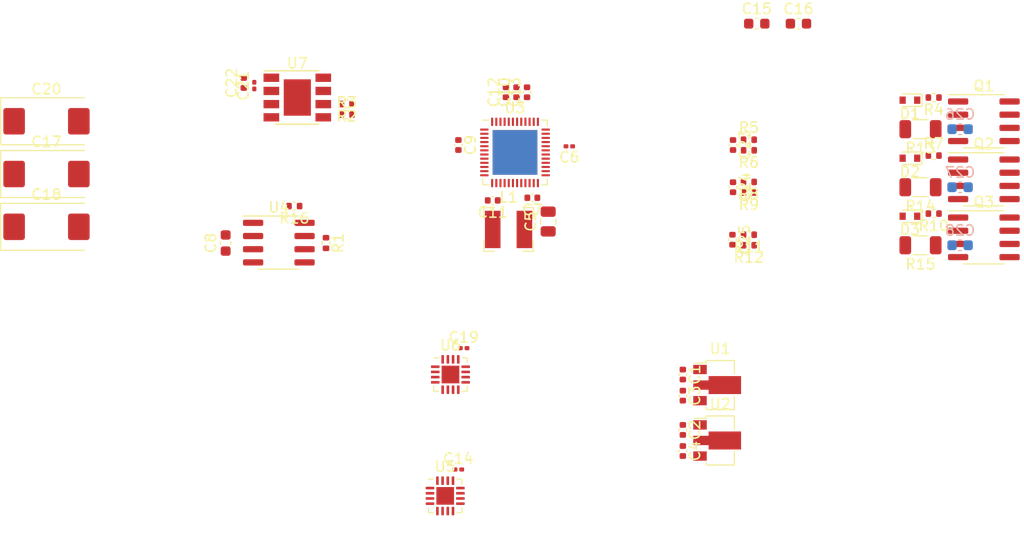
<source format=kicad_pcb>
(kicad_pcb (version 20211014) (generator pcbnew)
  (layers (0 "F.Cu" signal) (1 "In1.Cu" signal) (2 "In2.Cu" signal) (31 "B.Cu" signal) (34 "B.Paste" user) (35 "F.Paste" user) (36 "B.SilkS" user "B.Silkscreen") (37 "F.SilkS" user "F.Silkscreen") (38 "B.Mask" user) (39 "F.Mask" user) (44 "Edge.Cuts" user))
  (net 0 "")
  (net 1 "+12V")
  (net 2 "+5V")
  (net 3 "VDD")
  (net 4 "Net-(C6-Pad2)")
  (net 5 "Net-(C7-Pad2)")
  (net 6 "Net-(C9-Pad1)")
  (net 7 "Net-(C10-Pad1)")
  (net 8 "Net-(C7-Pad1)")
  (net 9 "Net-(C11-Pad1)")
  (net 10 "Net-(L1-Pad2)")
  (net 11 "Net-(L1-Pad1)")
  (net 12 "Net-(C12-Pad1)")
  (net 13 "Net-(C13-Pad1)")
  (net 14 "Net-(C26-Pad2)")
  (net 15 "Net-(C27-Pad2)")
  (net 16 "Net-(C28-Pad2)")
  (net 17 "/CAN_H")
  (net 18 "/CAN_L")
  (net 19 "Net-(R2-Pad2)")
  (net 32 "GND")
  (net 33 "VDC")
  (net 34 "/AIO0")
  (net 35 "/AIO1")
  (net 36 "/AIO2")
  (net 37 "/AIO3")
  (net 38 "/AIO4")
  (net 39 "/AIO5")
  (net 43 "/US")
  (net 44 "/VS")
  (net 45 "/WS")
  (net 46 "/UOUT")
  (net 47 "/UL")
  (net 48 "/UH")
  (net 49 "/VOUT")
  (net 50 "/VL")
  (net 51 "/VH")
  (net 52 "/WOUT")
  (net 53 "/WL")
  (net 54 "/WH")
  (net 60 "/CAN_TX")
  (net 61 "/CAN_RX")
  (net 66 "/ENC_MOSI")
  (net 67 "/ENC_CS0")
  (net 69 "/ENC_MISO")
  (net 72 "/ENC_SCLK")
  (net 77 "/ENC1_A")
  (net 78 "/ENC1_IDX")
  (net 79 "/ENC_CS1")
  (net 80 "/ENC1_B")
  (net 86 "/M_DC1")
  (net 87 "/FWD")
  (net 88 "/REV")
  (net 89 "/M_DC2")
  (net 90 "Net-(U4-Pad8)")
  (footprint "Capacitor_SMD:C_0805_2012Metric" (layer "F.Cu") (at 142.24 98.552 90)
    (fp_text reference "C5" (at 0 -1.68 90) (layer "F.SilkS"))
    (fp_text value "22uF")
    (fp_line (start -0.261252 0.735) (end 0.261252 0.735) (layer "F.SilkS") (width 0.12))
    (fp_line (start -0.261252 -0.735) (end 0.261252 -0.735) (layer "F.SilkS") (width 0.12))
    (pad "1" smd roundrect (at -0.95 0 90) (size 1 1.45) (layers "F.Cu" "F.Paste" "F.Mask") (net 32 "GND"))
    (pad "2" smd roundrect (at 0.95 0 90) (size 1 1.45) (layers "F.Cu" "F.Paste" "F.Mask") (net 1 "+12V"))
  )
  (footprint "Capacitor_SMD:C_0402_1005Metric" (layer "F.Cu") (at 140.716 96.266 180)
    (fp_text reference "C7" (at 0 -1.16) (layer "F.SilkS"))
    (fp_text value "100nF")
    (fp_line (start -0.107836 0.36) (end 0.107836 0.36) (layer "F.SilkS") (width 0.12))
    (fp_line (start -0.107836 -0.36) (end 0.107836 -0.36) (layer "F.SilkS") (width 0.12))
    (pad "1" smd roundrect (at -0.48 0 180) (size 0.56 0.62) (layers "F.Cu" "F.Paste" "F.Mask") (net 8 "Net-(C7-Pad1)"))
    (pad "2" smd roundrect (at 0.48 0 180) (size 0.56 0.62) (layers "F.Cu" "F.Paste" "F.Mask") (net 5 "Net-(C7-Pad2)"))
  )
  (footprint "Capacitor_SMD:C_0201_0603Metric" (layer "F.Cu") (at 144.272 91.313 180)
    (fp_text reference "C6" (at 0 -1.05) (layer "F.SilkS"))
    (fp_text value "1uF")
    (pad "1" smd roundrect (at -0.32 0 180) (size 0.46 0.4) (layers "F.Cu" "F.Mask") (net 33 "VDC"))
    (pad "2" smd roundrect (at 0.32 0 180) (size 0.46 0.4) (layers "F.Cu" "F.Mask") (net 4 "Net-(C6-Pad2)"))
  )
  (footprint "Capacitor_SMD:C_0402_1005Metric" (layer "F.Cu") (at 133.604 91.186 -90)
    (fp_text reference "C9" (at 0 -1.16 90) (layer "F.SilkS"))
    (fp_text value "2.2uF")
    (fp_line (start -0.107836 -0.36) (end 0.107836 -0.36) (layer "F.SilkS") (width 0.12))
    (fp_line (start -0.107836 0.36) (end 0.107836 0.36) (layer "F.SilkS") (width 0.12))
    (pad "1" smd roundrect (at -0.48 0 270) (size 0.56 0.62) (layers "F.Cu" "F.Paste" "F.Mask") (net 6 "Net-(C9-Pad1)"))
    (pad "2" smd roundrect (at 0.48 0 270) (size 0.56 0.62) (layers "F.Cu" "F.Paste" "F.Mask") (net 32 "GND"))
  )
  (footprint "Capacitor_SMD:C_0402_1005Metric" (layer "F.Cu") (at 139.192 86.106 90)
    (fp_text reference "C10" (at 0 -1.16 90) (layer "F.SilkS"))
    (fp_text value "2.2uF")
    (fp_line (start -0.107836 0.36) (end 0.107836 0.36) (layer "F.SilkS") (width 0.12))
    (fp_line (start -0.107836 -0.36) (end 0.107836 -0.36) (layer "F.SilkS") (width 0.12))
    (pad "1" smd roundrect (at -0.48 0 90) (size 0.56 0.62) (layers "F.Cu" "F.Paste" "F.Mask") (net 7 "Net-(C10-Pad1)"))
    (pad "2" smd roundrect (at 0.48 0 90) (size 0.56 0.62) (layers "F.Cu" "F.Paste" "F.Mask") (net 32 "GND"))
  )
  (footprint "Capacitor_SMD:C_0402_1005Metric" (layer "F.Cu") (at 136.906 96.52 180)
    (fp_text reference "C11" (at 0 -1.16) (layer "F.SilkS"))
    (fp_text value "4.7uF")
    (fp_line (start -0.107836 0.36) (end 0.107836 0.36) (layer "F.SilkS") (width 0.12))
    (fp_line (start -0.107836 -0.36) (end 0.107836 -0.36) (layer "F.SilkS") (width 0.12))
    (pad "1" smd roundrect (at -0.48 0 180) (size 0.56 0.62) (layers "F.Cu" "F.Paste" "F.Mask") (net 9 "Net-(C11-Pad1)"))
    (pad "2" smd roundrect (at 0.48 0 180) (size 0.56 0.62) (layers "F.Cu" "F.Paste" "F.Mask") (net 32 "GND"))
  )
  (footprint "Capacitor_SMD:C_0402_1005Metric" (layer "F.Cu") (at 138.176 86.106 90)
    (fp_text reference "C12" (at 0 -1.16 90) (layer "F.SilkS"))
    (fp_text value "4.7uF")
    (fp_line (start -0.107836 -0.36) (end 0.107836 -0.36) (layer "F.SilkS") (width 0.12))
    (fp_line (start -0.107836 0.36) (end 0.107836 0.36) (layer "F.SilkS") (width 0.12))
    (pad "1" smd roundrect (at -0.48 0 90) (size 0.56 0.62) (layers "F.Cu" "F.Paste" "F.Mask") (net 12 "Net-(C12-Pad1)"))
    (pad "2" smd roundrect (at 0.48 0 90) (size 0.56 0.62) (layers "F.Cu" "F.Paste" "F.Mask") (net 32 "GND"))
  )
  (footprint "Capacitor_SMD:C_0402_1005Metric" (layer "F.Cu") (at 140.208 86.106 90)
    (fp_text reference "C13" (at 0 -1.16 90) (layer "F.SilkS"))
    (fp_text value "2.2uF")
    (fp_line (start -0.107836 -0.36) (end 0.107836 -0.36) (layer "F.SilkS") (width 0.12))
    (fp_line (start -0.107836 0.36) (end 0.107836 0.36) (layer "F.SilkS") (width 0.12))
    (pad "1" smd roundrect (at -0.48 0 90) (size 0.56 0.62) (layers "F.Cu" "F.Paste" "F.Mask") (net 13 "Net-(C13-Pad1)"))
    (pad "2" smd roundrect (at 0.48 0 90) (size 0.56 0.62) (layers "F.Cu" "F.Paste" "F.Mask") (net 32 "GND"))
  )
  (footprint "Inductor_SMD:L_Bourns-SRN4018" (layer "F.Cu") (at 138.43 99.314 180)
    (fp_text reference "L1" (at 0 3.1) (layer "F.SilkS"))
    (fp_text value "15uH")
    (fp_line (start -2.385 2.11) (end -1.36 2.11) (layer "F.SilkS") (width 0.12))
    (fp_line (start 2.385 -2.11) (end 1.36 -2.11) (layer "F.SilkS") (width 0.12))
    (fp_line (start 2.385 -2.11) (end 2.385 -1.085) (layer "F.SilkS") (width 0.12))
    (fp_line (start 2.385 2.11) (end 1.36 2.11) (layer "F.SilkS") (width 0.12))
    (fp_line (start -2.385 2.11) (end -2.385 1.085) (layer "F.SilkS") (width 0.12))
    (fp_line (start -2.385 -2.11) (end -2.385 -1.085) (layer "F.SilkS") (width 0.12))
    (fp_line (start -2.385 -2.11) (end -1.36 -2.11) (layer "F.SilkS") (width 0.12))
    (fp_line (start 2.385 2.11) (end 2.385 1.085) (layer "F.SilkS") (width 0.12))
    (pad "1" smd rect (at -1.525 0 180) (size 1.5 3.6) (layers "F.Cu" "F.Paste" "F.Mask") (net 11 "Net-(L1-Pad1)"))
    (pad "2" smd rect (at 1.525 0 180) (size 1.5 3.6) (layers "F.Cu" "F.Paste" "F.Mask") (net 10 "Net-(L1-Pad2)"))
  )
  (footprint "PAC5527Driver:QFN-48-1EP_6x6mm_P0.4mm_EP4.3x4.3mm_ThermalVias" (layer "F.Cu") (at 139.051 91.901)
    (fp_text reference "U3" (at 0 -4.3) (layer "F.SilkS"))
    (fp_text value "PAC5527")
    (fp_line (start 3.11 -3.11) (end 3.11 -2.56) (layer "F.SilkS") (width 0.12))
    (fp_line (start -2.56 3.11) (end -3.11 3.11) (layer "F.SilkS") (width 0.12))
    (fp_line (start 3.11 3.11) (end 3.11 2.56) (layer "F.SilkS") (width 0.12))
    (fp_line (start -3.11 3.11) (end -3.11 2.56) (layer "F.SilkS") (width 0.12))
    (fp_line (start 2.56 -3.11) (end 3.11 -3.11) (layer "F.SilkS") (width 0.12))
    (fp_line (start 2.56 3.11) (end 3.11 3.11) (layer "F.SilkS") (width 0.12))
    (fp_line (start -2.56 -3.11) (end -3.11 -3.11) (layer "F.SilkS") (width 0.12))
    (pad "1" smd roundrect locked (at -2.95 -2.2) (size 0.8 0.2) (layers "F.Cu" "F.Paste" "F.Mask"))
    (pad "2" smd roundrect locked (at -2.95 -1.8) (size 0.8 0.2) (layers "F.Cu" "F.Paste" "F.Mask"))
    (pad "3" smd roundrect locked (at -2.95 -1.4) (size 0.8 0.2) (layers "F.Cu" "F.Paste" "F.Mask"))
    (pad "4" smd roundrect locked (at -2.95 -1) (size 0.8 0.2) (layers "F.Cu" "F.Paste" "F.Mask") (net 6 "Net-(C9-Pad1)"))
    (pad "5" smd roundrect locked (at -2.95 -0.6) (size 0.8 0.2) (layers "F.Cu" "F.Paste" "F.Mask") (net 32 "GND"))
    (pad "6" smd roundrect locked (at -2.95 -0.2) (size 0.8 0.2) (layers "F.Cu" "F.Paste" "F.Mask") (net 34 "/AIO0"))
    (pad "7" smd roundrect locked (at -2.95 0.2) (size 0.8 0.2) (layers "F.Cu" "F.Paste" "F.Mask") (net 35 "/AIO1"))
    (pad "8" smd roundrect locked (at -2.95 0.6) (size 0.8 0.2) (layers "F.Cu" "F.Paste" "F.Mask") (net 36 "/AIO2"))
    (pad "9" smd roundrect locked (at -2.95 1) (size 0.8 0.2) (layers "F.Cu" "F.Paste" "F.Mask") (net 37 "/AIO3"))
    (pad "10" smd roundrect locked (at -2.95 1.4) (size 0.8 0.2) (layers "F.Cu" "F.Paste" "F.Mask") (net 38 "/AIO4"))
    (pad "11" smd roundrect locked (at -2.95 1.8) (size 0.8 0.2) (layers "F.Cu" "F.Paste" "F.Mask") (net 39 "/AIO5"))
    (pad "12" smd roundrect locked (at -2.95 2.2) (size 0.8 0.2) (layers "F.Cu" "F.Paste" "F.Mask"))
    (pad "13" smd roundrect locked (at -2.2 2.95) (size 0.2 0.8) (layers "F.Cu" "F.Paste" "F.Mask"))
    (pad "14" smd roundrect locked (at -1.8 2.95) (size 0.2 0.8) (layers "F.Cu" "F.Paste" "F.Mask"))
    (pad "15" smd roundrect locked (at -1.4 2.95) (size 0.2 0.8) (layers "F.Cu" "F.Paste" "F.Mask"))
    (pad "16" smd roundrect locked (at -1 2.95) (size 0.2 0.8) (layers "F.Cu" "F.Paste" "F.Mask") (net 9 "Net-(C11-Pad1)"))
    (pad "17" smd roundrect locked (at -0.6 2.95) (size 0.2 0.8) (layers "F.Cu" "F.Paste" "F.Mask") (net 33 "VDC"))
    (pad "18" smd roundrect locked (at -0.2 2.95) (size 0.2 0.8) (layers "F.Cu" "F.Paste" "F.Mask") (net 10 "Net-(L1-Pad2)"))
    (pad "19" smd roundrect locked (at 0.2 2.95) (size 0.2 0.8) (layers "F.Cu" "F.Paste" "F.Mask") (net 11 "Net-(L1-Pad1)"))
    (pad "20" smd roundrect locked (at 0.6 2.95) (size 0.2 0.8) (layers "F.Cu" "F.Paste" "F.Mask") (net 1 "+12V"))
    (pad "21" smd roundrect locked (at 1 2.95) (size 0.2 0.8) (layers "F.Cu" "F.Paste" "F.Mask") (net 5 "Net-(C7-Pad2)"))
    (pad "22" smd roundrect locked (at 1.4 2.95) (size 0.2 0.8) (layers "F.Cu" "F.Paste" "F.Mask") (net 8 "Net-(C7-Pad1)"))
    (pad "23" smd roundrect locked (at 1.8 2.95) (size 0.2 0.8) (layers "F.Cu" "F.Paste" "F.Mask") (net 53 "/WL"))
    (pad "24" smd roundrect locked (at 2.2 2.95) (size 0.2 0.8) (layers "F.Cu" "F.Paste" "F.Mask") (net 50 "/VL"))
    (pad "25" smd roundrect locked (at 2.95 2.2) (size 0.8 0.2) (layers "F.Cu" "F.Paste" "F.Mask") (net 47 "/UL"))
    (pad "26" smd roundrect locked (at 2.95 1.8) (size 0.8 0.2) (layers "F.Cu" "F.Paste" "F.Mask") (net 45 "/WS"))
    (pad "27" smd roundrect locked (at 2.95 1.4) (size 0.8 0.2) (layers "F.Cu" "F.Paste" "F.Mask") (net 54 "/WH"))
    (pad "28" smd roundrect locked (at 2.95 1) (size 0.8 0.2) (layers "F.Cu" "F.Paste" "F.Mask") (net 44 "/VS"))
    (pad "29" smd roundrect locked (at 2.95 0.6) (size 0.8 0.2) (layers "F.Cu" "F.Paste" "F.Mask") (net 51 "/VH"))
    (pad "30" smd roundrect locked (at 2.95 0.2) (size 0.8 0.2) (layers "F.Cu" "F.Paste" "F.Mask") (net 43 "/US"))
    (pad "31" smd roundrect locked (at 2.95 -0.2) (size 0.8 0.2) (layers "F.Cu" "F.Paste" "F.Mask") (net 48 "/UH"))
    (pad "32" smd roundrect locked (at 2.95 -0.6) (size 0.8 0.2) (layers "F.Cu" "F.Paste" "F.Mask") (net 4 "Net-(C6-Pad2)"))
    (pad "33" smd roundrect locked (at 2.95 -1) (size 0.8 0.2) (layers "F.Cu" "F.Paste" "F.Mask"))
    (pad "34" smd roundrect locked (at 2.95 -1.4) (size 0.8 0.2) (layers "F.Cu" "F.Paste" "F.Mask"))
    (pad "35" smd roundrect locked (at 2.95 -1.8) (size 0.8 0.2) (layers "F.Cu" "F.Paste" "F.Mask"))
    (pad "36" smd roundrect locked (at 2.95 -2.2) (size 0.8 0.2) (layers "F.Cu" "F.Paste" "F.Mask"))
    (pad "37" smd roundrect locked (at 2.2 -2.95) (size 0.2 0.8) (layers "F.Cu" "F.Paste" "F.Mask"))
    (pad "38" smd roundrect locked (at 1.8 -2.95) (size 0.2 0.8) (layers "F.Cu" "F.Paste" "F.Mask"))
    (pad "39" smd roundrect locked (at 1.4 -2.95) (size 0.2 0.8) (layers "F.Cu" "F.Paste" "F.Mask"))
    (pad "40" smd roundrect locked (at 1 -2.95) (size 0.2 0.8) (layers "F.Cu" "F.Paste" "F.Mask"))
    (pad "41" smd roundrect locked (at 0.6 -2.95) (size 0.2 0.8) (layers "F.Cu" "F.Paste" "F.Mask") (net 13 "Net-(C13-Pad1)"))
    (pad "42" smd roundrect locked (at 0.2 -2.95) (size 0.2 0.8) (layers "F.Cu" "F.Paste" "F.Mask") (net 7 "Net-(C10-Pad1)"))
    (pad "43" smd roundrect locked (at -0.2 -2.95) (size 0.2 0.8) (layers "F.Cu" "F.Paste" "F.Mask") (net 12 "Net-(C12-Pad1)"))
    (pad "44" smd roundrect locked (at -0.6 -2.95) (size 0.2 0.8) (layers "F.Cu" "F.Paste" "F.Mask"))
    (pad "45" smd roundrect locked (at -1 -2.95) (size 0.2 0.8) (layers "F.Cu" "F.Paste" "F.Mask"))
    (pad "46" smd roundrect locked (at -1.4 -2.95) (size 0.2 0.8) (layers "F.Cu" "F.Paste" "F.Mask"))
    (pad "47" smd roundrect locked (at -1.8 -2.95) (size 0.2 0.8) (layers "F.Cu" "F.Paste" "F.Mask"))
    (pad "48" smd roundrect locked (at -2.2 -2.95) (size 0.2 0.8) (layers "F.Cu" "F.Paste" "F.Mask"))
    (pad "49" smd rect locked (at 0 0) (size 4.3 4.3) (layers "B.Cu"))
    (pad "EP" smd rect locked (at 0 0) (size 4.3 4.3) (layers "F.Cu" "F.Mask") (net 32 "GND"))
  )
  (footprint "Capacitor_SMD:C_0603_1608Metric" (layer "F.Cu") (at 162.306 79.502)
    (fp_text reference "C15" (at 0 -1.43) (layer "F.SilkS"))
    (fp_text value "100nF")
    (fp_line (start -0.14058 0.51) (end 0.14058 0.51) (layer "F.SilkS") (width 0.12))
    (fp_line (start -0.14058 -0.51) (end 0.14058 -0.51) (layer "F.SilkS") (width 0.12))
    (pad "1" smd roundrect (at -0.775 0) (size 0.9 0.95) (layers "F.Cu" "F.Paste" "F.Mask") (net 33 "VDC"))
    (pad "2" smd roundrect (at 0.775 0) (size 0.9 0.95) (layers "F.Cu" "F.Paste" "F.Mask") (net 32 "GND"))
  )
  (footprint "Capacitor_SMD:C_0603_1608Metric" (layer "F.Cu") (at 166.316 79.502)
    (fp_text reference "C16" (at 0 -1.43) (layer "F.SilkS"))
    (fp_text value "1uF")
    (fp_line (start -0.14058 -0.51) (end 0.14058 -0.51) (layer "F.SilkS") (width 0.12))
    (fp_line (start -0.14058 0.51) (end 0.14058 0.51) (layer "F.SilkS") (width 0.12))
    (pad "1" smd roundrect (at -0.775 0) (size 0.9 0.95) (layers "F.Cu" "F.Paste" "F.Mask") (net 33 "VDC"))
    (pad "2" smd roundrect (at 0.775 0) (size 0.9 0.95) (layers "F.Cu" "F.Paste" "F.Mask") (net 32 "GND"))
  )
  (footprint "Capacitor_Tantalum_SMD:CP_EIA-7343-20_Kemet-V" (layer "F.Cu") (at 93.98 93.98)
    (fp_text reference "C17" (at 0 -3.1) (layer "F.SilkS"))
    (fp_text value "47uF")
    (fp_line (start -4.41 -2.26) (end -4.41 2.26) (layer "F.SilkS") (width 0.12))
    (fp_line (start 3.65 -2.26) (end -4.41 -2.26) (layer "F.SilkS") (width 0.12))
    (fp_line (start -4.41 2.26) (end 3.65 2.26) (layer "F.SilkS") (width 0.12))
    (pad "1" smd roundrect (at -3.1125 0) (size 2.075 2.55) (layers "F.Cu" "F.Paste" "F.Mask") (roundrect_rratio 0.120482) (net 33 "VDC"))
    (pad "2" smd roundrect (at 3.1125 0) (size 2.075 2.55) (layers "F.Cu" "F.Paste" "F.Mask") (roundrect_rratio 0.120482) (net 32 "GND"))
  )
  (footprint "Capacitor_Tantalum_SMD:CP_EIA-7343-20_Kemet-V" (layer "F.Cu") (at 93.98 99.06)
    (fp_text reference "C18" (at 0 -3.1) (layer "F.SilkS"))
    (fp_text value "47uF")
    (fp_line (start 3.65 -2.26) (end -4.41 -2.26) (layer "F.SilkS") (width 0.12))
    (fp_line (start -4.41 -2.26) (end -4.41 2.26) (layer "F.SilkS") (width 0.12))
    (fp_line (start -4.41 2.26) (end 3.65 2.26) (layer "F.SilkS") (width 0.12))
    (pad "1" smd roundrect (at -3.1125 0) (size 2.075 2.55) (layers "F.Cu" "F.Paste" "F.Mask") (roundrect_rratio 0.120482) (net 33 "VDC"))
    (pad "2" smd roundrect (at 3.1125 0) (size 2.075 2.55) (layers "F.Cu" "F.Paste" "F.Mask") (roundrect_rratio 0.120482) (net 32 "GND"))
  )
  (footprint "Capacitor_SMD:C_0402_1005Metric" (layer "F.Cu") (at 160.022 91.186 -90)
    (fp_text reference "C23" (at 0 -1.16 90) (layer "F.SilkS"))
    (fp_text value "3.3nF")
    (fp_line (start -0.107836 0.36) (end 0.107836 0.36) (layer "F.SilkS") (width 0.12))
    (fp_line (start -0.107836 -0.36) (end 0.107836 -0.36) (layer "F.SilkS") (width 0.12))
    (pad "1" smd roundrect (at -0.48 0 270) (size 0.56 0.62) (layers "F.Cu" "F.Paste" "F.Mask") (net 35 "/AIO1"))
    (pad "2" smd roundrect (at 0.48 0 270) (size 0.56 0.62) (layers "F.Cu" "F.Paste" "F.Mask") (net 34 "/AIO0"))
  )
  (footprint "Capacitor_SMD:C_0402_1005Metric" (layer "F.Cu") (at 160.022 95.25 -90)
    (fp_text reference "C24" (at 0 -1.16 90) (layer "F.SilkS"))
    (fp_text value "3.3nF")
    (fp_line (start -0.107836 -0.36) (end 0.107836 -0.36) (layer "F.SilkS") (width 0.12))
    (fp_line (start -0.107836 0.36) (end 0.107836 0.36) (layer "F.SilkS") (width 0.12))
    (pad "1" smd roundrect (at -0.48 0 270) (size 0.56 0.62) (layers "F.Cu" "F.Paste" "F.Mask") (net 37 "/AIO3"))
    (pad "2" smd roundrect (at 0.48 0 270) (size 0.56 0.62) (layers "F.Cu" "F.Paste" "F.Mask") (net 36 "/AIO2"))
  )
  (footprint "Capacitor_SMD:C_0402_1005Metric" (layer "F.Cu") (at 159.966 100.302 -90)
    (fp_text reference "C25" (at 0 -1.16 90) (layer "F.SilkS"))
    (fp_text value "3.3nF")
    (fp_line (start -0.107836 -0.36) (end 0.107836 -0.36) (layer "F.SilkS") (width 0.12))
    (fp_line (start -0.107836 0.36) (end 0.107836 0.36) (layer "F.SilkS") (width 0.12))
    (pad "1" smd roundrect (at -0.48 0 270) (size 0.56 0.62) (layers "F.Cu" "F.Paste" "F.Mask") (net 39 "/AIO5"))
    (pad "2" smd roundrect (at 0.48 0 270) (size 0.56 0.62) (layers "F.Cu" "F.Paste" "F.Mask") (net 38 "/AIO4"))
  )
  (footprint "Diode_SMD:D_SOD-523" (layer "F.Cu") (at 177.038 86.868 180)
    (fp_text reference "D1" (at 0 -1.3) (layer "F.SilkS"))
    (fp_text value "D_Schottky")
    (fp_line (start -1.15 -0.6) (end -1.15 0.6) (layer "F.SilkS") (width 0.12))
    (fp_line (start 0.7 0.6) (end -1.15 0.6) (layer "F.SilkS") (width 0.12))
    (fp_line (start 0.7 -0.6) (end -1.15 -0.6) (layer "F.SilkS") (width 0.12))
    (pad "1" smd rect (at -0.7 0) (size 0.6 0.7) (layers "F.Cu" "F.Paste" "F.Mask") (net 43 "/US"))
    (pad "2" smd rect (at 0.7 0) (size 0.6 0.7) (layers "F.Cu" "F.Paste" "F.Mask") (net 32 "GND"))
  )
  (footprint "Diode_SMD:D_SOD-523" (layer "F.Cu") (at 177.038 92.456 180)
    (fp_text reference "D2" (at 0 -1.3) (layer "F.SilkS"))
    (fp_text value "D_Schottky")
    (fp_line (start 0.7 0.6) (end -1.15 0.6) (layer "F.SilkS") (width 0.12))
    (fp_line (start -1.15 -0.6) (end -1.15 0.6) (layer "F.SilkS") (width 0.12))
    (fp_line (start 0.7 -0.6) (end -1.15 -0.6) (layer "F.SilkS") (width 0.12))
    (pad "1" smd rect (at -0.7 0) (size 0.6 0.7) (layers "F.Cu" "F.Paste" "F.Mask") (net 44 "/VS"))
    (pad "2" smd rect (at 0.7 0) (size 0.6 0.7) (layers "F.Cu" "F.Paste" "F.Mask") (net 32 "GND"))
  )
  (footprint "Diode_SMD:D_SOD-523" (layer "F.Cu") (at 177.038 98.044 180)
    (fp_text reference "D3" (at 0 -1.3) (layer "F.SilkS"))
    (fp_text value "D_Schottky")
    (fp_line (start -1.15 -0.6) (end -1.15 0.6) (layer "F.SilkS") (width 0.12))
    (fp_line (start 0.7 -0.6) (end -1.15 -0.6) (layer "F.SilkS") (width 0.12))
    (fp_line (start 0.7 0.6) (end -1.15 0.6) (layer "F.SilkS") (width 0.12))
    (pad "1" smd rect (at -0.7 0) (size 0.6 0.7) (layers "F.Cu" "F.Paste" "F.Mask") (net 45 "/WS"))
    (pad "2" smd rect (at 0.7 0) (size 0.6 0.7) (layers "F.Cu" "F.Paste" "F.Mask") (net 32 "GND"))
  )
  (footprint "Resistor_SMD:R_0402_1005Metric" (layer "F.Cu") (at 179.322 86.614 180)
    (fp_text reference "R4" (at 0 -1.17) (layer "F.SilkS"))
    (fp_text value "1")
    (fp_line (start -0.153641 0.38) (end 0.153641 0.38) (layer "F.SilkS") (width 0.12))
    (fp_line (start -0.153641 -0.38) (end 0.153641 -0.38) (layer "F.SilkS") (width 0.12))
    (pad "1" smd roundrect (at -0.51 0 180) (size 0.54 0.64) (layers "F.Cu" "F.Paste" "F.Mask") (net 46 "/UOUT"))
    (pad "2" smd roundrect (at 0.51 0 180) (size 0.54 0.64) (layers "F.Cu" "F.Paste" "F.Mask") (net 43 "/US"))
  )
  (footprint "Resistor_SMD:R_0402_1005Metric" (layer "F.Cu") (at 161.546 90.678)
    (fp_text reference "R5" (at 0 -1.17) (layer "F.SilkS"))
    (fp_text value "100")
    (fp_line (start -0.153641 0.38) (end 0.153641 0.38) (layer "F.SilkS") (width 0.12))
    (fp_line (start -0.153641 -0.38) (end 0.153641 -0.38) (layer "F.SilkS") (width 0.12))
    (pad "1" smd roundrect (at -0.51 0) (size 0.54 0.64) (layers "F.Cu" "F.Paste" "F.Mask") (net 14 "Net-(C26-Pad2)"))
    (pad "2" smd roundrect (at 0.51 0) (size 0.54 0.64) (layers "F.Cu" "F.Paste" "F.Mask") (net 35 "/AIO1"))
  )
  (footprint "Resistor_SMD:R_0402_1005Metric" (layer "F.Cu") (at 161.548 91.694 180)
    (fp_text reference "R6" (at 0 -1.17) (layer "F.SilkS"))
    (fp_text value "100")
    (fp_line (start -0.153641 -0.38) (end 0.153641 -0.38) (layer "F.SilkS") (width 0.12))
    (fp_line (start -0.153641 0.38) (end 0.153641 0.38) (layer "F.SilkS") (width 0.12))
    (pad "1" smd roundrect (at -0.51 0 180) (size 0.54 0.64) (layers "F.Cu" "F.Paste" "F.Mask") (net 32 "GND"))
    (pad "2" smd roundrect (at 0.51 0 180) (size 0.54 0.64) (layers "F.Cu" "F.Paste" "F.Mask") (net 34 "/AIO0"))
  )
  (footprint "Resistor_SMD:R_0402_1005Metric" (layer "F.Cu") (at 179.322 92.202)
    (fp_text reference "R7" (at 0 -1.17) (layer "F.SilkS"))
    (fp_text value "1")
    (fp_line (start -0.153641 -0.38) (end 0.153641 -0.38) (layer "F.SilkS") (width 0.12))
    (fp_line (start -0.153641 0.38) (end 0.153641 0.38) (layer "F.SilkS") (width 0.12))
    (pad "1" smd roundrect (at -0.51 0) (size 0.54 0.64) (layers "F.Cu" "F.Paste" "F.Mask") (net 49 "/VOUT"))
    (pad "2" smd roundrect (at 0.51 0) (size 0.54 0.64) (layers "F.Cu" "F.Paste" "F.Mask") (net 44 "/VS"))
  )
  (footprint "Resistor_SMD:R_0402_1005Metric" (layer "F.Cu") (at 161.544 94.742 180)
    (fp_text reference "R8" (at 0 -1.17) (layer "F.SilkS"))
    (fp_text value "100")
    (fp_line (start -0.153641 -0.38) (end 0.153641 -0.38) (layer "F.SilkS") (width 0.12))
    (fp_line (start -0.153641 0.38) (end 0.153641 0.38) (layer "F.SilkS") (width 0.12))
    (pad "1" smd roundrect (at -0.51 0 180) (size 0.54 0.64) (layers "F.Cu" "F.Paste" "F.Mask") (net 15 "Net-(C27-Pad2)"))
    (pad "2" smd roundrect (at 0.51 0 180) (size 0.54 0.64) (layers "F.Cu" "F.Paste" "F.Mask") (net 37 "/AIO3"))
  )
  (footprint "Resistor_SMD:R_0402_1005Metric" (layer "F.Cu") (at 161.544 95.758 180)
    (fp_text reference "R9" (at 0 -1.17) (layer "F.SilkS"))
    (fp_text value "100")
    (fp_line (start -0.153641 -0.38) (end 0.153641 -0.38) (layer "F.SilkS") (width 0.12))
    (fp_line (start -0.153641 0.38) (end 0.153641 0.38) (layer "F.SilkS") (width 0.12))
    (pad "1" smd roundrect (at -0.51 0 180) (size 0.54 0.64) (layers "F.Cu" "F.Paste" "F.Mask") (net 32 "GND"))
    (pad "2" smd roundrect (at 0.51 0 180) (size 0.54 0.64) (layers "F.Cu" "F.Paste" "F.Mask") (net 36 "/AIO2"))
  )
  (footprint "Resistor_SMD:R_0402_1005Metric" (layer "F.Cu") (at 179.324 97.79 180)
    (fp_text reference "R10" (at 0 -1.17) (layer "F.SilkS"))
    (fp_text value "1")
    (fp_line (start -0.153641 0.38) (end 0.153641 0.38) (layer "F.SilkS") (width 0.12))
    (fp_line (start -0.153641 -0.38) (end 0.153641 -0.38) (layer "F.SilkS") (width 0.12))
    (pad "1" smd roundrect (at -0.51 0 180) (size 0.54 0.64) (layers "F.Cu" "F.Paste" "F.Mask") (net 52 "/WOUT"))
    (pad "2" smd roundrect (at 0.51 0 180) (size 0.54 0.64) (layers "F.Cu" "F.Paste" "F.Mask") (net 45 "/WS"))
  )
  (footprint "Resistor_SMD:R_0402_1005Metric" (layer "F.Cu") (at 161.546 99.822 180)
    (fp_text reference "R11" (at 0 -1.17) (layer "F.SilkS"))
    (fp_text value "100")
    (fp_line (start -0.153641 -0.38) (end 0.153641 -0.38) (layer "F.SilkS") (width 0.12))
    (fp_line (start -0.153641 0.38) (end 0.153641 0.38) (layer "F.SilkS") (width 0.12))
    (pad "1" smd roundrect (at -0.51 0 180) (size 0.54 0.64) (layers "F.Cu" "F.Paste" "F.Mask") (net 16 "Net-(C28-Pad2)"))
    (pad "2" smd roundrect (at 0.51 0 180) (size 0.54 0.64) (layers "F.Cu" "F.Paste" "F.Mask") (net 39 "/AIO5"))
  )
  (footprint "Resistor_SMD:R_0402_1005Metric" (layer "F.Cu") (at 161.546 100.838 180)
    (fp_text reference "R12" (at 0 -1.17) (layer "F.SilkS"))
    (fp_text value "100")
    (fp_line (start -0.153641 0.38) (end 0.153641 0.38) (layer "F.SilkS") (width 0.12))
    (fp_line (start -0.153641 -0.38) (end 0.153641 -0.38) (layer "F.SilkS") (width 0.12))
    (pad "1" smd roundrect (at -0.51 0 180) (size 0.54 0.64) (layers "F.Cu" "F.Paste" "F.Mask") (net 32 "GND"))
    (pad "2" smd roundrect (at 0.51 0 180) (size 0.54 0.64) (layers "F.Cu" "F.Paste" "F.Mask") (net 38 "/AIO4"))
  )
  (footprint "Resistor_SMD:R_1206_3216Metric" (layer "F.Cu") (at 178.054 89.662 180)
    (fp_text reference "R13" (at 0 -1.82) (layer "F.SilkS"))
    (fp_text value "0.1")
    (fp_line (start -0.727064 0.91) (end 0.727064 0.91) (layer "F.SilkS") (width 0.12))
    (fp_line (start -0.727064 -0.91) (end 0.727064 -0.91) (layer "F.SilkS") (width 0.12))
    (pad "1" smd roundrect (at -1.4625 0 180) (size 1.125 1.75) (layers "F.Cu" "F.Paste" "F.Mask") (roundrect_rratio 0.222222) (net 14 "Net-(C26-Pad2)"))
    (pad "2" smd roundrect (at 1.4625 0 180) (size 1.125 1.75) (layers "F.Cu" "F.Paste" "F.Mask") (roundrect_rratio 0.222222) (net 32 "GND"))
  )
  (footprint "Resistor_SMD:R_1206_3216Metric" (layer "F.Cu") (at 178.054 95.25 180)
    (fp_text reference "R14" (at 0 -1.82) (layer "F.SilkS"))
    (fp_text value "0.1")
    (fp_line (start -0.727064 0.91) (end 0.727064 0.91) (layer "F.SilkS") (width 0.12))
    (fp_line (start -0.727064 -0.91) (end 0.727064 -0.91) (layer "F.SilkS") (width 0.12))
    (pad "1" smd roundrect (at -1.4625 0 180) (size 1.125 1.75) (layers "F.Cu" "F.Paste" "F.Mask") (roundrect_rratio 0.222222) (net 15 "Net-(C27-Pad2)"))
    (pad "2" smd roundrect (at 1.4625 0 180) (size 1.125 1.75) (layers "F.Cu" "F.Paste" "F.Mask") (roundrect_rratio 0.222222) (net 32 "GND"))
  )
  (footprint "Resistor_SMD:R_1206_3216Metric" (layer "F.Cu") (at 178.054 100.838 180)
    (fp_text reference "R15" (at 0 -1.82) (layer "F.SilkS"))
    (fp_text value "0.1")
    (fp_line (start -0.727064 -0.91) (end 0.727064 -0.91) (layer "F.SilkS") (width 0.12))
    (fp_line (start -0.727064 0.91) (end 0.727064 0.91) (layer "F.SilkS") (width 0.12))
    (pad "1" smd roundrect (at -1.4625 0 180) (size 1.125 1.75) (layers "F.Cu" "F.Paste" "F.Mask") (roundrect_rratio 0.222222) (net 16 "Net-(C28-Pad2)"))
    (pad "2" smd roundrect (at 1.4625 0 180) (size 1.125 1.75) (layers "F.Cu" "F.Paste" "F.Mask") (roundrect_rratio 0.222222) (net 32 "GND"))
  )
  (footprint "Package_SO:SOIC-8_3.9x4.9mm_P1.27mm" (layer "F.Cu") (at 184.15 88.9)
    (fp_text reference "Q1" (at 0 -3.4) (layer "F.SilkS"))
    (fp_text value "FDS6898A")
    (fp_line (start 0 2.56) (end -1.95 2.56) (layer "F.SilkS") (width 0.12))
    (fp_line (start 0 2.56) (end 1.95 2.56) (layer "F.SilkS") (width 0.12))
    (fp_line (start 0 -2.56) (end -3.45 -2.56) (layer "F.SilkS") (width 0.12))
    (fp_line (start 0 -2.56) (end 1.95 -2.56) (layer "F.SilkS") (width 0.12))
    (pad "1" smd roundrect (at -2.475 -1.905) (size 1.95 0.6) (layers "F.Cu" "F.Paste" "F.Mask") (net 46 "/UOUT"))
    (pad "2" smd roundrect (at -2.475 -0.635) (size 1.95 0.6) (layers "F.Cu" "F.Paste" "F.Mask") (net 48 "/UH"))
    (pad "3" smd roundrect (at -2.475 0.635) (size 1.95 0.6) (layers "F.Cu" "F.Paste" "F.Mask") (net 14 "Net-(C26-Pad2)"))
    (pad "4" smd roundrect (at -2.475 1.905) (size 1.95 0.6) (layers "F.Cu" "F.Paste" "F.Mask") (net 47 "/UL"))
    (pad "5" smd roundrect (at 2.475 1.905) (size 1.95 0.6) (layers "F.Cu" "F.Paste" "F.Mask") (net 46 "/UOUT"))
    (pad "6" smd roundrect (at 2.475 0.635) (size 1.95 0.6) (layers "F.Cu" "F.Paste" "F.Mask") (net 46 "/UOUT"))
    (pad "7" smd roundrect (at 2.475 -0.635) (size 1.95 0.6) (layers "F.Cu" "F.Paste" "F.Mask") (net 33 "VDC"))
    (pad "8" smd roundrect (at 2.475 -1.905) (size 1.95 0.6) (layers "F.Cu" "F.Paste" "F.Mask") (net 33 "VDC"))
  )
  (footprint "Package_SO:SOIC-8_3.9x4.9mm_P1.27mm" (layer "F.Cu") (at 184.15 94.488)
    (fp_text reference "Q2" (at 0 -3.4) (layer "F.SilkS"))
    (fp_text value "FDS6898A")
    (fp_line (start 0 2.56) (end -1.95 2.56) (layer "F.SilkS") (width 0.12))
    (fp_line (start 0 -2.56) (end 1.95 -2.56) (layer "F.SilkS") (width 0.12))
    (fp_line (start 0 2.56) (end 1.95 2.56) (layer "F.SilkS") (width 0.12))
    (fp_line (start 0 -2.56) (end -3.45 -2.56) (layer "F.SilkS") (width 0.12))
    (pad "1" smd roundrect (at -2.475 -1.905) (size 1.95 0.6) (layers "F.Cu" "F.Paste" "F.Mask") (net 49 "/VOUT"))
    (pad "2" smd roundrect (at -2.475 -0.635) (size 1.95 0.6) (layers "F.Cu" "F.Paste" "F.Mask") (net 51 "/VH"))
    (pad "3" smd roundrect (at -2.475 0.635) (size 1.95 0.6) (layers "F.Cu" "F.Paste" "F.Mask") (net 15 "Net-(C27-Pad2)"))
    (pad "4" smd roundrect (at -2.475 1.905) (size 1.95 0.6) (layers "F.Cu" "F.Paste" "F.Mask") (net 50 "/VL"))
    (pad "5" smd roundrect (at 2.475 1.905) (size 1.95 0.6) (layers "F.Cu" "F.Paste" "F.Mask") (net 49 "/VOUT"))
    (pad "6" smd roundrect (at 2.475 0.635) (size 1.95 0.6) (layers "F.Cu" "F.Paste" "F.Mask") (net 49 "/VOUT"))
    (pad "7" smd roundrect (at 2.475 -0.635) (size 1.95 0.6) (layers "F.Cu" "F.Paste" "F.Mask") (net 33 "VDC"))
    (pad "8" smd roundrect (at 2.475 -1.905) (size 1.95 0.6) (layers "F.Cu" "F.Paste" "F.Mask") (net 33 "VDC"))
  )
  (footprint "Package_SO:SOIC-8_3.9x4.9mm_P1.27mm" (layer "F.Cu") (at 184.15 100.076)
    (fp_text reference "Q3" (at 0 -3.4) (layer "F.SilkS"))
    (fp_text value "FDS6898A")
    (fp_line (start 0 2.56) (end -1.95 2.56) (layer "F.SilkS") (width 0.12))
    (fp_line (start 0 2.56) (end 1.95 2.56) (layer "F.SilkS") (width 0.12))
    (fp_line (start 0 -2.56) (end 1.95 -2.56) (layer "F.SilkS") (width 0.12))
    (fp_line (start 0 -2.56) (end -3.45 -2.56) (layer "F.SilkS") (width 0.12))
    (pad "1" smd roundrect (at -2.475 -1.905) (size 1.95 0.6) (layers "F.Cu" "F.Paste" "F.Mask") (net 52 "/WOUT"))
    (pad "2" smd roundrect (at -2.475 -0.635) (size 1.95 0.6) (layers "F.Cu" "F.Paste" "F.Mask") (net 54 "/WH"))
    (pad "3" smd roundrect (at -2.475 0.635) (size 1.95 0.6) (layers "F.Cu" "F.Paste" "F.Mask") (net 16 "Net-(C28-Pad2)"))
    (pad "4" smd roundrect (at -2.475 1.905) (size 1.95 0.6) (layers "F.Cu" "F.Paste" "F.Mask") (net 53 "/WL"))
    (pad "5" smd roundrect (at 2.475 1.905) (size 1.95 0.6) (layers "F.Cu" "F.Paste" "F.Mask") (net 52 "/WOUT"))
    (pad "6" smd roundrect (at 2.475 0.635) (size 1.95 0.6) (layers "F.Cu" "F.Paste" "F.Mask") (net 52 "/WOUT"))
    (pad "7" smd roundrect (at 2.475 -0.635) (size 1.95 0.6) (layers "F.Cu" "F.Paste" "F.Mask") (net 33 "VDC"))
    (pad "8" smd roundrect (at 2.475 -1.905) (size 1.95 0.6) (layers "F.Cu" "F.Paste" "F.Mask") (net 33 "VDC"))
  )
  (footprint "Package_DFN_QFN:QFN-16-1EP_3x3mm_P0.5mm_EP1.7x1.7mm" (layer "F.Cu") (at 132.334 124.968)
    (fp_text reference "U5" (at 0 -2.82) (layer "F.SilkS"))
    (fp_text value "MA730")
    (fp_line (start -1.61 1.61) (end -1.61 1.135) (layer "F.SilkS") (width 0.12))
    (fp_line (start -1.135 1.61) (end -1.61 1.61) (layer "F.SilkS") (width 0.12))
    (fp_line (start -1.135 -1.61) (end -1.61 -1.61) (layer "F.SilkS") (width 0.12))
    (fp_line (start 1.135 -1.61) (end 1.61 -1.61) (layer "F.SilkS") (width 0.12))
    (fp_line (start 1.135 1.61) (end 1.61 1.61) (layer "F.SilkS") (width 0.12))
    (fp_line (start 1.61 1.61) (end 1.61 1.135) (layer "F.SilkS") (width 0.12))
    (fp_line (start 1.61 -1.61) (end 1.61 -1.135) (layer "F.SilkS") (width 0.12))
    (pad "1" smd roundrect (at -1.4625 -0.75) (size 0.825 0.25) (layers "F.Cu" "F.Paste" "F.Mask"))
    (pad "2" smd roundrect (at -1.4625 -0.25) (size 0.825 0.25) (layers "F.Cu" "F.Paste" "F.Mask"))
    (pad "3" smd roundrect (at -1.4625 0.25) (size 0.825 0.25) (layers "F.Cu" "F.Paste" "F.Mask"))
    (pad "4" smd roundrect (at -1.4625 0.75) (size 0.825 0.25) (layers "F.Cu" "F.Paste" "F.Mask") (net 66 "/ENC_MOSI"))
    (pad "5" smd roundrect (at -0.75 1.4625) (size 0.25 0.825) (layers "F.Cu" "F.Paste" "F.Mask") (net 67 "/ENC_CS0"))
    (pad "6" smd roundrect (at -0.25 1.4625) (size 0.25 0.825) (layers "F.Cu" "F.Paste" "F.Mask"))
    (pad "7" smd roundrect (at 0.25 1.4625) (size 0.25 0.825) (layers "F.Cu" "F.Paste" "F.Mask") (net 69 "/ENC_MISO"))
    (pad "8" smd roundrect (at 0.75 1.4625) (size 0.25 0.825) (layers "F.Cu" "F.Paste" "F.Mask") (net 32 "GND"))
    (pad "9" smd roundrect (at 1.4625 0.75) (size 0.825 0.25) (layers "F.Cu" "F.Paste" "F.Mask"))
    (pad "10" smd roundrect (at 1.4625 0.25) (size 0.825 0.25) (layers "F.Cu" "F.Paste" "F.Mask") (net 32 "GND"))
    (pad "11" smd roundrect (at 1.4625 -0.25) (size 0.825 0.25) (layers "F.Cu" "F.Paste" "F.Mask"))
    (pad "12" smd roundrect (at 1.4625 -0.75) (size 0.825 0.25) (layers "F.Cu" "F.Paste" "F.Mask") (net 72 "/ENC_SCLK"))
    (pad "13" smd roundrect (at 0.75 -1.4625) (size 0.25 0.825) (layers "F.Cu" "F.Paste" "F.Mask") (net 3 "VDD"))
    (pad "14" smd roundrect (at 0.25 -1.4625) (size 0.25 0.825) (layers "F.Cu" "F.Paste" "F.Mask"))
    (pad "15" smd roundrect (at -0.25 -1.4625) (size 0.25 0.825) (layers "F.Cu" "F.Paste" "F.Mask"))
    (pad "16" smd roundrect (at -0.75 -1.4625) (size 0.25 0.825) (layers "F.Cu" "F.Paste" "F.Mask"))
    (pad "17" smd rect (at 0 0) (size 1.7 1.7) (layers "F.Cu" "F.Mask") (net 32 "GND"))
  )
  (footprint "Capacitor_SMD:C_0201_0603Metric" (layer "F.Cu") (at 134.112 110.744)
    (fp_text reference "C19" (at 0 -1.05) (layer "F.SilkS"))
    (fp_text value "1uF")
    (pad "1" smd roundrect (at -0.32 0) (size 0.46 0.4) (layers "F.Cu" "F.Mask") (net 3 "VDD"))
    (pad "2" smd roundrect (at 0.32 0) (size 0.46 0.4) (layers "F.Cu" "F.Mask") (net 32 "GND"))
  )
  (footprint "Resistor_SMD:R_0402_1005Metric" (layer "F.Cu") (at 122.862 87.243 180)
    (fp_text reference "R2" (at 0 -1.17) (layer "F.SilkS"))
    (fp_text value "10k")
    (fp_line (start -0.153641 -0.38) (end 0.153641 -0.38) (layer "F.SilkS") (width 0.12))
    (fp_line (start -0.153641 0.38) (end 0.153641 0.38) (layer "F.SilkS") (width 0.12))
    (pad "1" smd roundrect (at -0.51 0 180) (size 0.54 0.64) (layers "F.Cu" "F.Paste" "F.Mask") (net 33 "VDC"))
    (pad "2" smd roundrect (at 0.51 0 180) (size 0.54 0.64) (layers "F.Cu" "F.Paste" "F.Mask") (net 19 "Net-(R2-Pad2)"))
  )
  (footprint "Package_TO_SOT_SMD:SOT-89-3" (layer "F.Cu") (at 158.496 114.3)
    (fp_text reference "U1" (at 0.3 -3.5) (layer "F.SilkS"))
    (fp_text value "HT7550-1-SOT89")
    (fp_line (start -1.06 2.36) (end -1.06 2.13) (layer "F.SilkS") (width 0.12))
    (fp_line (start -2.2 -2.13) (end -1.06 -2.13) (layer "F.SilkS") (width 0.12))
    (fp_line (start -1.06 -2.36) (end 1.66 -2.36) (layer "F.SilkS") (width 0.12))
    (fp_line (start 1.66 1.05) (end 1.66 2.36) (layer "F.SilkS") (width 0.12))
    (fp_line (start -1.06 -2.36) (end -1.06 -2.13) (layer "F.SilkS") (width 0.12))
    (fp_line (start 1.66 2.36) (end -1.06 2.36) (layer "F.SilkS") (width 0.12))
    (fp_line (start 1.66 -2.36) (end 1.66 -1.05) (layer "F.SilkS") (width 0.12))
    (pad "1" smd rect (at -1.65 -1.5) (size 1.3 0.9) (layers "F.Cu" "F.Paste" "F.Mask") (net 32 "GND"))
    (pad "2" smd custom (at -1.5625 0) (size 1.475 0.9) (layers "F.Cu" "F.Paste" "F.Mask") (net 1 "+12V") (options (clearance outline) (anchor rect)) (primitives (gr_poly (pts (xy 3.8625 0.8665) (xy 0.7375 0.8665) (xy 0.7375 -0.8665) (xy 3.8625 -0.8665)) (width 0) (fill yes))))
    (pad "3" smd rect (at -1.65 1.5) (size 1.3 0.9) (layers "F.Cu" "F.Paste" "F.Mask") (net 2 "+5V"))
  )
  (footprint "Capacitor_SMD:C_0402_1005Metric" (layer "F.Cu") (at 155.194 120.65 -90)
    (fp_text reference "C4" (at 0 -1.16 90) (layer "F.SilkS"))
    (fp_text value "4.7uF")
    (fp_line (start -0.107836 0.36) (end 0.107836 0.36) (layer "F.SilkS") (width 0.12))
    (fp_line (start -0.107836 -0.36) (end 0.107836 -0.36) (layer "F.SilkS") (width 0.12))
    (pad "1" smd roundrect (at -0.48 0 270) (size 0.56 0.62) (layers "F.Cu" "F.Paste" "F.Mask") (net 32 "GND"))
    (pad "2" smd roundrect (at 0.48 0 270) (size 0.56 0.62) (layers "F.Cu" "F.Paste" "F.Mask") (net 3 "VDD"))
  )
  (footprint "Capacitor_SMD:C_0201_0603Metric" (layer "F.Cu") (at 133.604 122.428)
    (fp_text reference "C14" (at 0 -1.05) (layer "F.SilkS"))
    (fp_text value "1uF")
    (pad "1" smd roundrect (at -0.32 0) (size 0.46 0.4) (layers "F.Cu" "F.Mask") (net 3 "VDD"))
    (pad "2" smd roundrect (at 0.32 0) (size 0.46 0.4) (layers "F.Cu" "F.Mask") (net 32 "GND"))
  )
  (footprint "Capacitor_Tantalum_SMD:CP_EIA-7343-20_Kemet-V" (layer "F.Cu") (at 93.98 88.9)
    (fp_text reference "C20" (at 0 -3.1) (layer "F.SilkS"))
    (fp_text value "47uF")
    (fp_line (start -4.41 2.26) (end 3.65 2.26) (layer "F.SilkS") (width 0.12))
    (fp_line (start 3.65 -2.26) (end -4.41 -2.26) (layer "F.SilkS") (width 0.12))
    (fp_line (start -4.41 -2.26) (end -4.41 2.26) (layer "F.SilkS") (width 0.12))
    (pad "1" smd roundrect (at -3.1125 0) (size 2.075 2.55) (layers "F.Cu" "F.Paste" "F.Mask") (roundrect_rratio 0.120482) (net 33 "VDC"))
    (pad "2" smd roundrect (at 3.1125 0) (size 2.075 2.55) (layers "F.Cu" "F.Paste" "F.Mask") (roundrect_rratio 0.120482) (net 32 "GND"))
  )
  (footprint "Package_SO:Diodes_SO-8EP" (layer "F.Cu") (at 118.11 86.614)
    (fp_text reference "U7" (at 0 -3.3) (layer "F.SilkS"))
    (fp_text value "ZXBM5210-SP")
    (fp_line (start -3.175 -2.575) (end 2.075 -2.575) (layer "F.SilkS") (width 0.15))
    (fp_line (start -2.075 2.575) (end 2.075 2.575) (layer "F.SilkS") (width 0.15))
    (pad "1" smd rect (at -2.4975 -1.905) (size 1.505 0.802) (layers "F.Cu" "F.Paste" "F.Mask") (net 86 "/M_DC1"))
    (pad "2" smd rect (at -2.4975 -0.635) (size 1.505 0.802) (layers "F.Cu" "F.Paste" "F.Mask") (net 33 "VDC"))
    (pad "3" smd rect (at -2.4975 0.635) (size 1.505 0.802) (layers "F.Cu" "F.Paste" "F.Mask") (net 33 "VDC"))
    (pad "4" smd rect (at -2.4975 1.905) (size 1.505 0.802) (layers "F.Cu" "F.Paste" "F.Mask") (net 87 "/FWD"))
    (pad "5" smd rect (at 2.4975 1.905) (size 1.505 0.802) (layers "F.Cu" "F.Paste" "F.Mask") (net 88 "/REV"))
    (pad "6" smd rect (at 2.4975 0.635) (size 1.505 0.802) (layers "F.Cu" "F.Paste" "F.Mask") (net 19 "Net-(R2-Pad2)"))
    (pad "7" smd rect (at 2.4975 -0.635) (size 1.505 0.802) (layers "F.Cu" "F.Paste" "F.Mask") (net 89 "/M_DC2"))
    (pad "8" smd rect (at 2.4975 -1.905) (size 1.505 0.802) (layers "F.Cu" "F.Paste" "F.Mask") (net 32 "GND"))
    (pad "9" smd rect (at 0 0) (size 2.613 3.502) (layers "F.Cu" "F.Paste" "F.Mask") (net 32 "GND"))
  )
  (footprint "Capacitor_SMD:C_0402_1005Metric" (layer "F.Cu") (at 155.194 118.618 -90)
    (fp_text reference "C2" (at 0 -1.16 90) (layer "F.SilkS"))
    (fp_text value "4.7uF")
    (fp_line (start -0.107836 -0.36) (end 0.107836 -0.36) (layer "F.SilkS") (width 0.12))
    (fp_line (start -0.107836 0.36) (end 0.107836 0.36) (layer "F.SilkS") (width 0.12))
    (pad "1" smd roundrect (at -0.48 0 270) (size 0.56 0.62) (layers "F.Cu" "F.Paste" "F.Mask") (net 32 "GND"))
    (pad "2" smd roundrect (at 0.48 0 270) (size 0.56 0.62) (layers "F.Cu" "F.Paste" "F.Mask") (net 2 "+5V"))
  )
  (footprint "Resistor_SMD:R_0402_1005Metric" (layer "F.Cu") (at 122.862 88.259)
    (fp_text reference "R3" (at 0 -1.17) (layer "F.SilkS"))
    (fp_text value "10k")
    (fp_line (start -0.153641 -0.38) (end 0.153641 -0.38) (layer "F.SilkS") (width 0.12))
    (fp_line (start -0.153641 0.38) (end 0.153641 0.38) (layer "F.SilkS") (width 0.12))
    (pad "1" smd roundrect (at -0.51 0) (size 0.54 0.64) (layers "F.Cu" "F.Paste" "F.Mask") (net 19 "Net-(R2-Pad2)"))
    (pad "2" smd roundrect (at 0.51 0) (size 0.54 0.64) (layers "F.Cu" "F.Paste" "F.Mask") (net 32 "GND"))
  )
  (footprint "Package_TO_SOT_SMD:SOT-89-3" (layer "F.Cu") (at 158.496 119.634)
    (fp_text reference "U2" (at 0.3 -3.5) (layer "F.SilkS"))
    (fp_text value "HT7533-1-SOT89")
    (fp_line (start -1.06 2.36) (end -1.06 2.13) (layer "F.SilkS") (width 0.12))
    (fp_line (start -2.2 -2.13) (end -1.06 -2.13) (layer "F.SilkS") (width 0.12))
    (fp_line (start -1.06 -2.36) (end 1.66 -2.36) (layer "F.SilkS") (width 0.12))
    (fp_line (start -1.06 -2.36) (end -1.06 -2.13) (layer "F.SilkS") (width 0.12))
    (fp_line (start 1.66 1.05) (end 1.66 2.36) (layer "F.SilkS") (width 0.12))
    (fp_line (start 1.66 -2.36) (end 1.66 -1.05) (layer "F.SilkS") (width 0.12))
    (fp_line (start 1.66 2.36) (end -1.06 2.36) (layer "F.SilkS") (width 0.12))
    (pad "1" smd rect (at -1.65 -1.5) (size 1.3 0.9) (layers "F.Cu" "F.Paste" "F.Mask") (net 32 "GND"))
    (pad "2" smd custom (at -1.5625 0) (size 1.475 0.9) (layers "F.Cu" "F.Paste" "F.Mask") (net 2 "+5V") (options (clearance outline) (anchor rect)) (primitives (gr_poly (pts (xy 3.8625 0.8665) (xy 0.7375 0.8665) (xy 0.7375 -0.8665) (xy 3.8625 -0.8665)) (width 0) (fill yes))))
    (pad "3" smd rect (at -1.65 1.5) (size 1.3 0.9) (layers "F.Cu" "F.Paste" "F.Mask") (net 3 "VDD"))
  )
  (footprint "Capacitor_SMD:C_0201_0603Metric" (layer "F.Cu") (at 113.972 85.465 90)
    (fp_text reference "C21" (at 0 -1.05 90) (layer "F.SilkS"))
    (fp_text value "1uF")
    (pad "1" smd roundrect (at -0.32 0 90) (size 0.46 0.4) (layers "F.Cu" "F.Mask") (net 33 "VDC"))
    (pad "2" smd roundrect (at 0.32 0 90) (size 0.46 0.4) (layers "F.Cu" "F.Mask") (net 32 "GND"))
  )
  (footprint "Resistor_SMD:R_0402_1005Metric" (layer "F.Cu") (at 117.82 97.066 180)
    (fp_text reference "R16" (at 0 -1.17) (layer "F.SilkS"))
    (fp_text value "10k")
    (fp_line (start -0.153641 0.38) (end 0.153641 0.38) (layer "F.SilkS") (width 0.12))
    (fp_line (start -0.153641 -0.38) (end 0.153641 -0.38) (layer "F.SilkS") (width 0.12))
    (pad "1" smd roundrect (at -0.51 0 180) (size 0.54 0.64) (layers "F.Cu" "F.Paste" "F.Mask") (net 90 "Net-(U4-Pad8)"))
    (pad "2" smd roundrect (at 0.51 0 180) (size 0.54 0.64) (layers "F.Cu" "F.Paste" "F.Mask") (net 32 "GND"))
  )
  (footprint "Resistor_SMD:R_0402_1005Metric" (layer "F.Cu") (at 120.868 100.622 -90)
    (fp_text reference "R1" (at 0 -1.17 90) (layer "F.SilkS"))
    (fp_text value "10k")
    (fp_line (start -0.153641 0.38) (end 0.153641 0.38) (layer "F.SilkS") (width 0.12))
    (fp_line (start -0.153641 -0.38) (end 0.153641 -0.38) (layer "F.SilkS") (width 0.12))
    (pad "1" smd roundrect (at -0.51 0 270) (size 0.54 0.64) (layers "F.Cu" "F.Paste" "F.Mask") (net 17 "/CAN_H"))
    (pad "2" smd roundrect (at 0.51 0 270) (size 0.54 0.64) (layers "F.Cu" "F.Paste" "F.Mask") (net 18 "/CAN_L"))
  )
  (footprint "Capacitor_SMD:C_0402_1005Metric" (layer "F.Cu") (at 155.194 115.316 -90)
    (fp_text reference "C3" (at 0 -1.16 90) (layer "F.SilkS"))
    (fp_text value "4.7uF")
    (fp_line (start -0.107836 -0.36) (end 0.107836 -0.36) (layer "F.SilkS") (width 0.12))
    (fp_line (start -0.107836 0.36) (end 0.107836 0.36) (layer "F.SilkS") (width 0.12))
    (pad "1" smd roundrect (at -0.48 0 270) (size 0.56 0.62) (layers "F.Cu" "F.Paste" "F.Mask") (net 32 "GND"))
    (pad "2" smd roundrect (at 0.48 0 270) (size 0.56 0.62) (layers "F.Cu" "F.Paste" "F.Mask") (net 2 "+5V"))
  )
  (footprint "Package_SO:SOIC-8_3.9x4.9mm_P1.27mm" (layer "F.Cu") (at 116.332 100.584)
    (fp_text reference "U4" (at 0 -3.4) (layer "F.SilkS"))
    (fp_text value "MCP2551-I-SN")
    (fp_line (start 0 2.56) (end 1.95 2.56) (layer "F.SilkS") (width 0.12))
    (fp_line (start 0 -2.56) (end 1.95 -2.56) (layer "F.SilkS") (width 0.12))
    (fp_line (start 0 2.56) (end -1.95 2.56) (layer "F.SilkS") (width 0.12))
    (fp_line (start 0 -2.56) (end -3.45 -2.56) (layer "F.SilkS") (width 0.12))
    (pad "1" smd roundrect (at -2.475 -1.905) (size 1.95 0.6) (layers "F.Cu" "F.Paste" "F.Mask") (net 60 "/CAN_TX"))
    (pad "2" smd roundrect (at -2.475 -0.635) (size 1.95 0.6) (layers "F.Cu" "F.Paste" "F.Mask") (net 32 "GND"))
    (pad "3" smd roundrect (at -2.475 0.635) (size 1.95 0.6) (layers "F.Cu" "F.Paste" "F.Mask") (net 2 "+5V"))
    (pad "4" smd roundrect (at -2.475 1.905) (size 1.95 0.6) (layers "F.Cu" "F.Paste" "F.Mask") (net 61 "/CAN_RX"))
    (pad "5" smd roundrect (at 2.475 1.905) (size 1.95 0.6) (layers "F.Cu" "F.Paste" "F.Mask"))
    (pad "6" smd roundrect (at 2.475 0.635) (size 1.95 0.6) (layers "F.Cu" "F.Paste" "F.Mask") (net 18 "/CAN_L"))
    (pad "7" smd roundrect (at 2.475 -0.635) (size 1.95 0.6) (layers "F.Cu" "F.Paste" "F.Mask") (net 17 "/CAN_H"))
    (pad "8" smd roundrect (at 2.475 -1.905) (size 1.95 0.6) (layers "F.Cu" "F.Paste" "F.Mask") (net 90 "Net-(U4-Pad8)"))
  )
  (footprint "Capacitor_SMD:C_0603_1608Metric" (layer "F.Cu") (at 111.216 100.622 90)
    (fp_text reference "C8" (at 0 -1.43 90) (layer "F.SilkS"))
    (fp_text value "100nF")
    (fp_line (start -0.14058 -0.51) (end 0.14058 -0.51) (layer "F.SilkS") (width 0.12))
    (fp_line (start -0.14058 0.51) (end 0.14058 0.51) (layer "F.SilkS") (width 0.12))
    (pad "1" smd roundrect (at -0.775 0 90) (size 0.9 0.95) (layers "F.Cu" "F.Paste" "F.Mask") (net 2 "+5V"))
    (pad "2" smd roundrect (at 0.775 0 90) (size 0.9 0.95) (layers "F.Cu" "F.Paste" "F.Mask") (net 32 "GND"))
  )
  (footprint "Capacitor_SMD:C_0402_1005Metric" (layer "F.Cu") (at 112.956 85.211 90)
    (fp_text reference "C22" (at 0 -1.16 90) (layer "F.SilkS"))
    (fp_text value "4.7uF")
    (fp_line (start -0.107836 -0.36) (end 0.107836 -0.36) (layer "F.SilkS") (width 0.12))
    (fp_line (start -0.107836 0.36) (end 0.107836 0.36) (layer "F.SilkS") (width 0.12))
    (pad "1" smd roundrect (at -0.48 0 90) (size 0.56 0.62) (layers "F.Cu" "F.Paste" "F.Mask") (net 33 "VDC"))
    (pad "2" smd roundrect (at 0.48 0 90) (size 0.56 0.62) (layers "F.Cu" "F.Paste" "F.Mask") (net 32 "GND"))
  )
  (footprint "Package_DFN_QFN:QFN-16-1EP_3x3mm_P0.5mm_EP1.7x1.7mm" (layer "F.Cu") (at 132.842 113.284)
    (fp_text reference "U6" (at 0 -2.82) (layer "F.SilkS"))
    (fp_text value "MA730")
    (fp_line (start -1.61 1.61) (end -1.61 1.135) (layer "F.SilkS") (width 0.12))
    (fp_line (start -1.135 1.61) (end -1.61 1.61) (layer "F.SilkS") (width 0.12))
    (fp_line (start 1.61 -1.61) (end 1.61 -1.135) (layer "F.SilkS") (width 0.12))
    (fp_line (start 1.135 1.61) (end 1.61 1.61) (layer "F.SilkS") (width 0.12))
    (fp_line (start 1.61 1.61) (end 1.61 1.135) (layer "F.SilkS") (width 0.12))
    (fp_line (start -1.135 -1.61) (end -1.61 -1.61) (layer "F.SilkS") (width 0.12))
    (fp_line (start 1.135 -1.61) (end 1.61 -1.61) (layer "F.SilkS") (width 0.12))
    (pad "1" smd roundrect (at -1.4625 -0.75) (size 0.825 0.25) (layers "F.Cu" "F.Paste" "F.Mask"))
    (pad "2" smd roundrect (at -1.4625 -0.25) (size 0.825 0.25) (layers "F.Cu" "F.Paste" "F.Mask") (net 77 "/ENC1_A"))
    (pad "3" smd roundrect (at -1.4625 0.25) (size 0.825 0.25) (layers "F.Cu" "F.Paste" "F.Mask") (net 78 "/ENC1_IDX"))
    (pad "4" smd roundrect (at -1.4625 0.75) (size 0.825 0.25) (layers "F.Cu" "F.Paste" "F.Mask") (net 66 "/ENC_MOSI"))
    (pad "5" smd roundrect (at -0.75 1.4625) (size 0.25 0.825) (layers "F.Cu" "F.Paste" "F.Mask") (net 79 "/ENC_CS1"))
    (pad "6" smd roundrect (at -0.25 1.4625) (size 0.25 0.825) (layers "F.Cu" "F.Paste" "F.Mask") (net 80 "/ENC1_B"))
    (pad "7" smd roundrect (at 0.25 1.4625) (size 0.25 0.825) (layers "F.Cu" "F.Paste" "F.Mask") (net 69 "/ENC_MISO"))
    (pad "8" smd roundrect (at 0.75 1.4625) (size 0.25 0.825) (layers "F.Cu" "F.Paste" "F.Mask") (net 32 "GND"))
    (pad "9" smd roundrect (at 1.4625 0.75) (size 0.825 0.25) (layers "F.Cu" "F.Paste" "F.Mask"))
    (pad "10" smd roundrect (at 1.4625 0.25) (size 0.825 0.25) (layers "F.Cu" "F.Paste" "F.Mask") (net 32 "GND"))
    (pad "11" smd roundrect (at 1.4625 -0.25) (size 0.825 0.25) (layers "F.Cu" "F.Paste" "F.Mask"))
    (pad "12" smd roundrect (at 1.4625 -0.75) (size 0.825 0.25) (layers "F.Cu" "F.Paste" "F.Mask") (net 72 "/ENC_SCLK"))
    (pad "13" smd roundrect (at 0.75 -1.4625) (size 0.25 0.825) (layers "F.Cu" "F.Paste" "F.Mask") (net 3 "VDD"))
    (pad "14" smd roundrect (at 0.25 -1.4625) (size 0.25 0.825) (layers "F.Cu" "F.Paste" "F.Mask"))
    (pad "15" smd roundrect (at -0.25 -1.4625) (size 0.25 0.825) (layers "F.Cu" "F.Paste" "F.Mask"))
    (pad "16" smd roundrect (at -0.75 -1.4625) (size 0.25 0.825) (layers "F.Cu" "F.Paste" "F.Mask"))
    (pad "17" smd rect (at 0 0) (size 1.7 1.7) (layers "F.Cu" "F.Mask") (net 32 "GND"))
  )
  (footprint "Capacitor_SMD:C_0402_1005Metric" (layer "F.Cu") (at 155.194 113.284 -90)
    (fp_text reference "C1" (at 0 -1.16 90) (layer "F.SilkS"))
    (fp_text value "4.7uF")
    (fp_line (start -0.107836 -0.36) (end 0.107836 -0.36) (layer "F.SilkS") (width 0.12))
    (fp_line (start -0.107836 0.36) (end 0.107836 0.36) (layer "F.SilkS") (width 0.12))
    (pad "1" smd roundrect (at -0.48 0 270) (size 0.56 0.62) (layers "F.Cu" "F.Paste" "F.Mask") (net 32 "GND"))
    (pad "2" smd roundrect (at 0.48 0 270) (size 0.56 0.62) (layers "F.Cu" "F.Paste" "F.Mask") (net 1 "+12V"))
  )
  (footprint "Capacitor_SMD:C_0603_1608Metric" (layer "B.Cu") (at 181.864 89.662 180)
    (fp_text reference "C26" (at 0 1.43) (layer "B.SilkS") (effects (justify mirror)))
    (fp_text value "4.7uF")
    (fp_line (start -0.14058 -0.51) (end 0.14058 -0.51) (layer "B.SilkS") (width 0.12))
    (fp_line (start -0.14058 0.51) (end 0.14058 0.51) (layer "B.SilkS") (width 0.12))
    (pad "1" smd roundrect (at -0.775 0 180) (size 0.9 0.95) (layers "B.Cu" "B.Paste" "B.Mask") (net 33 "VDC"))
    (pad "2" smd roundrect (at 0.775 0 180) (size 0.9 0.95) (layers "B.Cu" "B.Paste" "B.Mask") (net 14 "Net-(C26-Pad2)"))
  )
  (footprint "Capacitor_SMD:C_0603_1608Metric" (layer "B.Cu") (at 181.864 95.25 180)
    (fp_text reference "C27" (at 0 1.43) (layer "B.SilkS") (effects (justify mirror)))
    (fp_text value "4.7uF")
    (fp_line (start -0.14058 0.51) (end 0.14058 0.51) (layer "B.SilkS") (width 0.12))
    (fp_line (start -0.14058 -0.51) (end 0.14058 -0.51) (layer "B.SilkS") (width 0.12))
    (pad "1" smd roundrect (at -0.775 0 180) (size 0.9 0.95) (layers "B.Cu" "B.Paste" "B.Mask") (net 33 "VDC"))
    (pad "2" smd roundrect (at 0.775 0 180) (size 0.9 0.95) (layers "B.Cu" "B.Paste" "B.Mask") (net 15 "Net-(C27-Pad2)"))
  )
  (footprint "Capacitor_SMD:C_0603_1608Metric" (layer "B.Cu") (at 181.864 100.838 180)
    (fp_text reference "C28" (at 0 1.43) (layer "B.SilkS") (effects (justify mirror)))
    (fp_text value "4.7uF")
    (fp_line (start -0.14058 0.51) (end 0.14058 0.51) (layer "B.SilkS") (width 0.12))
    (fp_line (start -0.14058 -0.51) (end 0.14058 -0.51) (layer "B.SilkS") (width 0.12))
    (pad "1" smd roundrect (at -0.775 0 180) (size 0.9 0.95) (layers "B.Cu" "B.Paste" "B.Mask") (net 33 "VDC"))
    (pad "2" smd roundrect (at 0.775 0 180) (size 0.9 0.95) (layers "B.Cu" "B.Paste" "B.Mask") (net 16 "Net-(C28-Pad2)"))
  )
)
</source>
